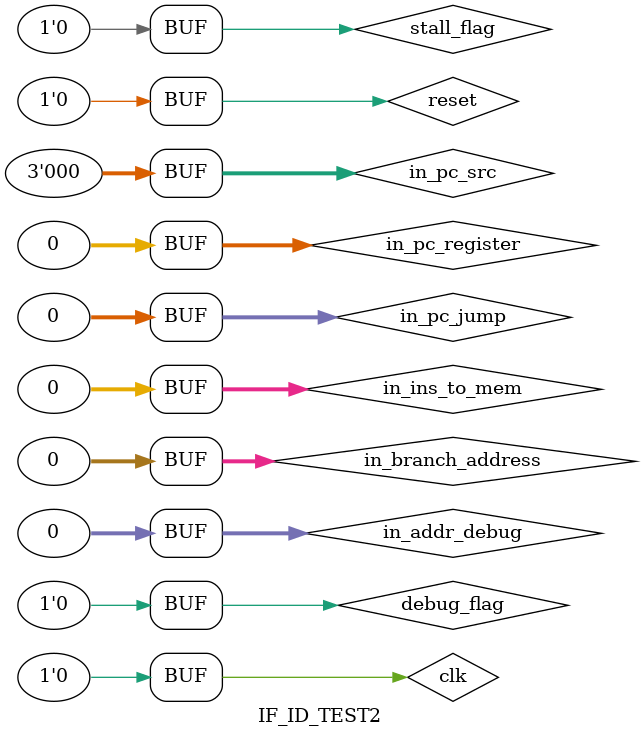
<source format=v>
`timescale 1ns / 1ps


module IF_ID_TEST2;

	// Inputs
	reg clk;
	reg reset;
	reg [2:0] in_pc_src;
	reg [31:0] in_pc_jump;
	reg [31:0] in_pc_register;
	reg [31:0] in_branch_address;
	reg stall_flag;
	reg [31:0] in_addr_debug;
	reg debug_flag;
	reg [31:0] in_ins_to_mem;

	// Outputs
	wire [31:0] out_pc_branch;
	wire [31:0] out_instruction;
	wire [31:0] out_pc;
	wire out_halt_flag_if;

	// Instantiate the Unit Under Test (UUT)
	IF_ID uut (
		.clk(clk), 
		.reset(reset), 
		.in_pc_src(in_pc_src), 
		.in_pc_jump(in_pc_jump), 
		.in_pc_register(in_pc_register), 
		.in_branch_address(in_branch_address), 
		.stall_flag(stall_flag), 
		.in_addr_debug(in_addr_debug), 
		.debug_flag(debug_flag), 
		.in_ins_to_mem(in_ins_to_mem), 
		.out_pc_branch(out_pc_branch), 
		.out_instruction(out_instruction), 
		.out_pc(out_pc), 
		.out_halt_flag_if(out_halt_flag_if)
	);

	initial begin
		// Initialize Inputs
		$monitor($time,clk,out_pc,out_instruction);
		clk = 0;
		reset = 0;
		in_pc_src = 0;
		in_pc_jump = 0;
		in_pc_register = 0;
		in_branch_address = 0;
		stall_flag = 0;
		in_addr_debug = 0;
		debug_flag = 0;
		in_ins_to_mem = 0;

		#200 clk=1;
		#200 clk=0;
		
		#200 clk=1;
		#200 clk=0;
		
		#200 clk=1;
		#200 clk=0;
		
		#200 clk=1;
		#200 clk=0;		
		
		#200 clk=1;
		#200 clk=0;	
		
		#200 clk=1;
		#200 clk=0;

	end
      
endmodule


</source>
